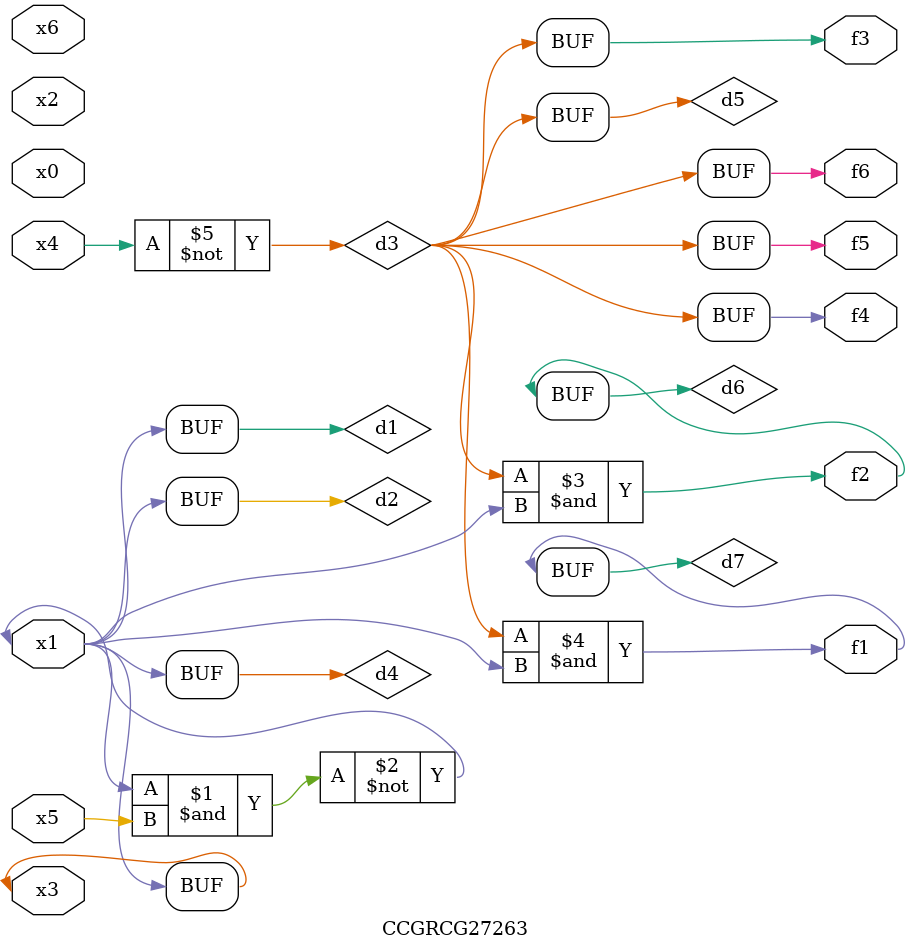
<source format=v>
module CCGRCG27263(
	input x0, x1, x2, x3, x4, x5, x6,
	output f1, f2, f3, f4, f5, f6
);

	wire d1, d2, d3, d4, d5, d6, d7;

	buf (d1, x1, x3);
	nand (d2, x1, x5);
	not (d3, x4);
	buf (d4, d1, d2);
	buf (d5, d3);
	and (d6, d3, d4);
	and (d7, d3, d4);
	assign f1 = d7;
	assign f2 = d6;
	assign f3 = d5;
	assign f4 = d5;
	assign f5 = d5;
	assign f6 = d5;
endmodule

</source>
